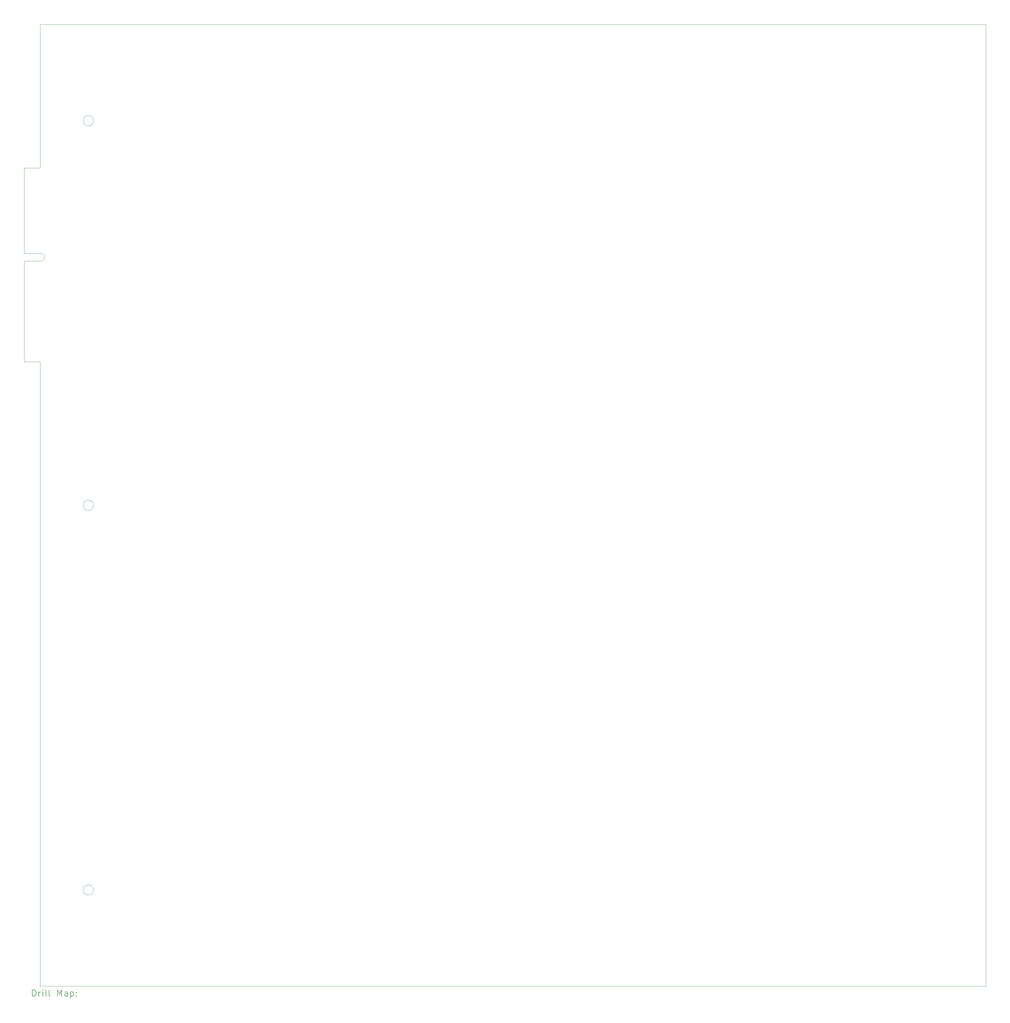
<source format=gbr>
%TF.GenerationSoftware,KiCad,Pcbnew,8.0.2-1*%
%TF.CreationDate,2024-06-03T17:46:54-04:00*%
%TF.ProjectId,Untitled,556e7469-746c-4656-942e-6b696361645f,rev?*%
%TF.SameCoordinates,Original*%
%TF.FileFunction,Drillmap*%
%TF.FilePolarity,Positive*%
%FSLAX45Y45*%
G04 Gerber Fmt 4.5, Leading zero omitted, Abs format (unit mm)*
G04 Created by KiCad (PCBNEW 8.0.2-1) date 2024-06-03 17:46:54*
%MOMM*%
%LPD*%
G01*
G04 APERTURE LIST*
%ADD10C,0.100000*%
%ADD11C,0.120000*%
%ADD12C,0.200000*%
G04 APERTURE END LIST*
D10*
X7160000Y-30000000D02*
G75*
G02*
X6840000Y-30000000I-160000J0D01*
G01*
X6840000Y-30000000D02*
G75*
G02*
X7160000Y-30000000I160000J0D01*
G01*
X5500000Y-3000000D02*
X5500000Y-7477500D01*
X7160000Y-18000000D02*
G75*
G02*
X6840000Y-18000000I-160000J0D01*
G01*
X6840000Y-18000000D02*
G75*
G02*
X7160000Y-18000000I160000J0D01*
G01*
X35000000Y-3000000D02*
X35000000Y-33000000D01*
X35000000Y-3000000D02*
X5500000Y-3000000D01*
X35000000Y-33000000D02*
X5500000Y-33000000D01*
X7160000Y-6000000D02*
G75*
G02*
X6840000Y-6000000I-160000J0D01*
G01*
X6840000Y-6000000D02*
G75*
G02*
X7160000Y-6000000I160000J0D01*
G01*
X5500000Y-13522500D02*
X5500000Y-33000000D01*
D11*
X5000000Y-7477500D02*
X5000000Y-10140500D01*
X5000000Y-10140500D02*
X5520000Y-10140500D01*
X5000000Y-10380500D02*
X5000000Y-13522500D01*
X5000000Y-13522500D02*
X5500000Y-13522500D01*
X5500000Y-7477500D02*
X5000000Y-7477500D01*
X5520000Y-10380500D02*
X5000000Y-10380500D01*
X5520000Y-10140500D02*
G75*
G02*
X5520000Y-10380500I0J-120000D01*
G01*
D12*
X5254777Y-33316484D02*
X5254777Y-33116484D01*
X5254777Y-33116484D02*
X5302396Y-33116484D01*
X5302396Y-33116484D02*
X5330967Y-33126008D01*
X5330967Y-33126008D02*
X5350015Y-33145055D01*
X5350015Y-33145055D02*
X5359539Y-33164103D01*
X5359539Y-33164103D02*
X5369063Y-33202198D01*
X5369063Y-33202198D02*
X5369063Y-33230769D01*
X5369063Y-33230769D02*
X5359539Y-33268865D01*
X5359539Y-33268865D02*
X5350015Y-33287912D01*
X5350015Y-33287912D02*
X5330967Y-33306960D01*
X5330967Y-33306960D02*
X5302396Y-33316484D01*
X5302396Y-33316484D02*
X5254777Y-33316484D01*
X5454777Y-33316484D02*
X5454777Y-33183150D01*
X5454777Y-33221246D02*
X5464301Y-33202198D01*
X5464301Y-33202198D02*
X5473824Y-33192674D01*
X5473824Y-33192674D02*
X5492872Y-33183150D01*
X5492872Y-33183150D02*
X5511920Y-33183150D01*
X5578586Y-33316484D02*
X5578586Y-33183150D01*
X5578586Y-33116484D02*
X5569063Y-33126008D01*
X5569063Y-33126008D02*
X5578586Y-33135531D01*
X5578586Y-33135531D02*
X5588110Y-33126008D01*
X5588110Y-33126008D02*
X5578586Y-33116484D01*
X5578586Y-33116484D02*
X5578586Y-33135531D01*
X5702396Y-33316484D02*
X5683348Y-33306960D01*
X5683348Y-33306960D02*
X5673824Y-33287912D01*
X5673824Y-33287912D02*
X5673824Y-33116484D01*
X5807158Y-33316484D02*
X5788110Y-33306960D01*
X5788110Y-33306960D02*
X5778586Y-33287912D01*
X5778586Y-33287912D02*
X5778586Y-33116484D01*
X6035729Y-33316484D02*
X6035729Y-33116484D01*
X6035729Y-33116484D02*
X6102396Y-33259341D01*
X6102396Y-33259341D02*
X6169062Y-33116484D01*
X6169062Y-33116484D02*
X6169062Y-33316484D01*
X6350015Y-33316484D02*
X6350015Y-33211722D01*
X6350015Y-33211722D02*
X6340491Y-33192674D01*
X6340491Y-33192674D02*
X6321443Y-33183150D01*
X6321443Y-33183150D02*
X6283348Y-33183150D01*
X6283348Y-33183150D02*
X6264301Y-33192674D01*
X6350015Y-33306960D02*
X6330967Y-33316484D01*
X6330967Y-33316484D02*
X6283348Y-33316484D01*
X6283348Y-33316484D02*
X6264301Y-33306960D01*
X6264301Y-33306960D02*
X6254777Y-33287912D01*
X6254777Y-33287912D02*
X6254777Y-33268865D01*
X6254777Y-33268865D02*
X6264301Y-33249817D01*
X6264301Y-33249817D02*
X6283348Y-33240293D01*
X6283348Y-33240293D02*
X6330967Y-33240293D01*
X6330967Y-33240293D02*
X6350015Y-33230769D01*
X6445253Y-33183150D02*
X6445253Y-33383150D01*
X6445253Y-33192674D02*
X6464301Y-33183150D01*
X6464301Y-33183150D02*
X6502396Y-33183150D01*
X6502396Y-33183150D02*
X6521443Y-33192674D01*
X6521443Y-33192674D02*
X6530967Y-33202198D01*
X6530967Y-33202198D02*
X6540491Y-33221246D01*
X6540491Y-33221246D02*
X6540491Y-33278388D01*
X6540491Y-33278388D02*
X6530967Y-33297436D01*
X6530967Y-33297436D02*
X6521443Y-33306960D01*
X6521443Y-33306960D02*
X6502396Y-33316484D01*
X6502396Y-33316484D02*
X6464301Y-33316484D01*
X6464301Y-33316484D02*
X6445253Y-33306960D01*
X6626205Y-33297436D02*
X6635729Y-33306960D01*
X6635729Y-33306960D02*
X6626205Y-33316484D01*
X6626205Y-33316484D02*
X6616682Y-33306960D01*
X6616682Y-33306960D02*
X6626205Y-33297436D01*
X6626205Y-33297436D02*
X6626205Y-33316484D01*
X6626205Y-33192674D02*
X6635729Y-33202198D01*
X6635729Y-33202198D02*
X6626205Y-33211722D01*
X6626205Y-33211722D02*
X6616682Y-33202198D01*
X6616682Y-33202198D02*
X6626205Y-33192674D01*
X6626205Y-33192674D02*
X6626205Y-33211722D01*
M02*

</source>
